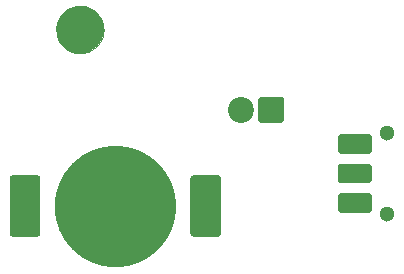
<source format=gbr>
%TF.GenerationSoftware,KiCad,Pcbnew,5.1.10*%
%TF.CreationDate,2021-09-11T14:18:55+02:00*%
%TF.ProjectId,alpaka_svg2shenzhen,616c7061-6b61-45f7-9376-67327368656e,rev?*%
%TF.SameCoordinates,Original*%
%TF.FileFunction,Soldermask,Bot*%
%TF.FilePolarity,Negative*%
%FSLAX46Y46*%
G04 Gerber Fmt 4.6, Leading zero omitted, Abs format (unit mm)*
G04 Created by KiCad (PCBNEW 5.1.10) date 2021-09-11 14:18:55*
%MOMM*%
%LPD*%
G01*
G04 APERTURE LIST*
%ADD10C,0.010000*%
%ADD11C,2.200000*%
%ADD12C,1.300000*%
G04 APERTURE END LIST*
D10*
%TO.C,G\u002A\u002A\u002A*%
G36*
X79135612Y-39656871D02*
G01*
X79337549Y-39677960D01*
X79456279Y-39701457D01*
X79731624Y-39790028D01*
X79987528Y-39914353D01*
X80221113Y-40071460D01*
X80429504Y-40258379D01*
X80609824Y-40472138D01*
X80759198Y-40709764D01*
X80874748Y-40968287D01*
X80953599Y-41244735D01*
X80954567Y-41249388D01*
X80982142Y-41443316D01*
X80990742Y-41655071D01*
X80980905Y-41869597D01*
X80953166Y-42071835D01*
X80920438Y-42208065D01*
X80816589Y-42485308D01*
X80678316Y-42739829D01*
X80507704Y-42969185D01*
X80306838Y-43170931D01*
X80077805Y-43342621D01*
X79841244Y-43473228D01*
X79671946Y-43545569D01*
X79513146Y-43596686D01*
X79350498Y-43629829D01*
X79169658Y-43648245D01*
X79044800Y-43653622D01*
X78856176Y-43654271D01*
X78705714Y-43645034D01*
X78613695Y-43631030D01*
X78329033Y-43551538D01*
X78064134Y-43436629D01*
X77821680Y-43288767D01*
X77604353Y-43110420D01*
X77414837Y-42904053D01*
X77255815Y-42672133D01*
X77129969Y-42417124D01*
X77055059Y-42198425D01*
X77007678Y-41968840D01*
X76986685Y-41721891D01*
X76992178Y-41472099D01*
X77024258Y-41233989D01*
X77047731Y-41133267D01*
X77072344Y-41056723D01*
X77109519Y-40958518D01*
X77152947Y-40854887D01*
X77174041Y-40808243D01*
X77316152Y-40551014D01*
X77489089Y-40322200D01*
X77690985Y-40123328D01*
X77919969Y-39955923D01*
X78174171Y-39821511D01*
X78451724Y-39721619D01*
X78530993Y-39700624D01*
X78715973Y-39668188D01*
X78922966Y-39653608D01*
X79135612Y-39656871D01*
G37*
X79135612Y-39656871D02*
X79337549Y-39677960D01*
X79456279Y-39701457D01*
X79731624Y-39790028D01*
X79987528Y-39914353D01*
X80221113Y-40071460D01*
X80429504Y-40258379D01*
X80609824Y-40472138D01*
X80759198Y-40709764D01*
X80874748Y-40968287D01*
X80953599Y-41244735D01*
X80954567Y-41249388D01*
X80982142Y-41443316D01*
X80990742Y-41655071D01*
X80980905Y-41869597D01*
X80953166Y-42071835D01*
X80920438Y-42208065D01*
X80816589Y-42485308D01*
X80678316Y-42739829D01*
X80507704Y-42969185D01*
X80306838Y-43170931D01*
X80077805Y-43342621D01*
X79841244Y-43473228D01*
X79671946Y-43545569D01*
X79513146Y-43596686D01*
X79350498Y-43629829D01*
X79169658Y-43648245D01*
X79044800Y-43653622D01*
X78856176Y-43654271D01*
X78705714Y-43645034D01*
X78613695Y-43631030D01*
X78329033Y-43551538D01*
X78064134Y-43436629D01*
X77821680Y-43288767D01*
X77604353Y-43110420D01*
X77414837Y-42904053D01*
X77255815Y-42672133D01*
X77129969Y-42417124D01*
X77055059Y-42198425D01*
X77007678Y-41968840D01*
X76986685Y-41721891D01*
X76992178Y-41472099D01*
X77024258Y-41233989D01*
X77047731Y-41133267D01*
X77072344Y-41056723D01*
X77109519Y-40958518D01*
X77152947Y-40854887D01*
X77174041Y-40808243D01*
X77316152Y-40551014D01*
X77489089Y-40322200D01*
X77690985Y-40123328D01*
X77919969Y-39955923D01*
X78174171Y-39821511D01*
X78451724Y-39721619D01*
X78530993Y-39700624D01*
X78715973Y-39668188D01*
X78922966Y-39653608D01*
X79135612Y-39656871D01*
%TD*%
%TO.C,BT1*%
G36*
G01*
X75381840Y-59192800D02*
X73300560Y-59192800D01*
G75*
G02*
X73040400Y-58932640I0J260160D01*
G01*
X73040400Y-54251360D01*
G75*
G02*
X73300560Y-53991200I260160J0D01*
G01*
X75381840Y-53991200D01*
G75*
G02*
X75642000Y-54251360I0J-260160D01*
G01*
X75642000Y-58932640D01*
G75*
G02*
X75381840Y-59192800I-260160J0D01*
G01*
G37*
G36*
G01*
X90681840Y-59192800D02*
X88600560Y-59192800D01*
G75*
G02*
X88340400Y-58932640I0J260160D01*
G01*
X88340400Y-54251360D01*
G75*
G02*
X88600560Y-53991200I260160J0D01*
G01*
X90681840Y-53991200D01*
G75*
G02*
X90942000Y-54251360I0J-260160D01*
G01*
X90942000Y-58932640D01*
G75*
G02*
X90681840Y-59192800I-260160J0D01*
G01*
G37*
G36*
G01*
X87142000Y-56642000D02*
X87142000Y-56642000D01*
G75*
G02*
X81991200Y-61792800I-5150800J0D01*
G01*
X81991200Y-61792800D01*
G75*
G02*
X76840400Y-56642000I0J5150800D01*
G01*
X76840400Y-56642000D01*
G75*
G02*
X81991200Y-51491200I5150800J0D01*
G01*
X81991200Y-51491200D01*
G75*
G02*
X87142000Y-56642000I0J-5150800D01*
G01*
G37*
%TD*%
%TO.C,D1*%
G36*
G01*
X96299200Y-47563200D02*
X96299200Y-49363200D01*
G75*
G02*
X96099200Y-49563200I-200000J0D01*
G01*
X94299200Y-49563200D01*
G75*
G02*
X94099200Y-49363200I0J200000D01*
G01*
X94099200Y-47563200D01*
G75*
G02*
X94299200Y-47363200I200000J0D01*
G01*
X96099200Y-47363200D01*
G75*
G02*
X96299200Y-47563200I0J-200000D01*
G01*
G37*
D11*
X92659200Y-48463200D03*
%TD*%
%TO.C,SW1*%
G36*
G01*
X101003600Y-50523000D02*
X103503600Y-50523000D01*
G75*
G02*
X103703600Y-50723000I0J-200000D01*
G01*
X103703600Y-51973000D01*
G75*
G02*
X103503600Y-52173000I-200000J0D01*
G01*
X101003600Y-52173000D01*
G75*
G02*
X100803600Y-51973000I0J200000D01*
G01*
X100803600Y-50723000D01*
G75*
G02*
X101003600Y-50523000I200000J0D01*
G01*
G37*
G36*
G01*
X101003600Y-53023000D02*
X103503600Y-53023000D01*
G75*
G02*
X103703600Y-53223000I0J-200000D01*
G01*
X103703600Y-54473000D01*
G75*
G02*
X103503600Y-54673000I-200000J0D01*
G01*
X101003600Y-54673000D01*
G75*
G02*
X100803600Y-54473000I0J200000D01*
G01*
X100803600Y-53223000D01*
G75*
G02*
X101003600Y-53023000I200000J0D01*
G01*
G37*
G36*
G01*
X101003600Y-55523000D02*
X103503600Y-55523000D01*
G75*
G02*
X103703600Y-55723000I0J-200000D01*
G01*
X103703600Y-56973000D01*
G75*
G02*
X103503600Y-57173000I-200000J0D01*
G01*
X101003600Y-57173000D01*
G75*
G02*
X100803600Y-56973000I0J200000D01*
G01*
X100803600Y-55723000D01*
G75*
G02*
X101003600Y-55523000I200000J0D01*
G01*
G37*
D12*
X105003600Y-50448000D03*
X105003600Y-57248000D03*
%TD*%
M02*

</source>
